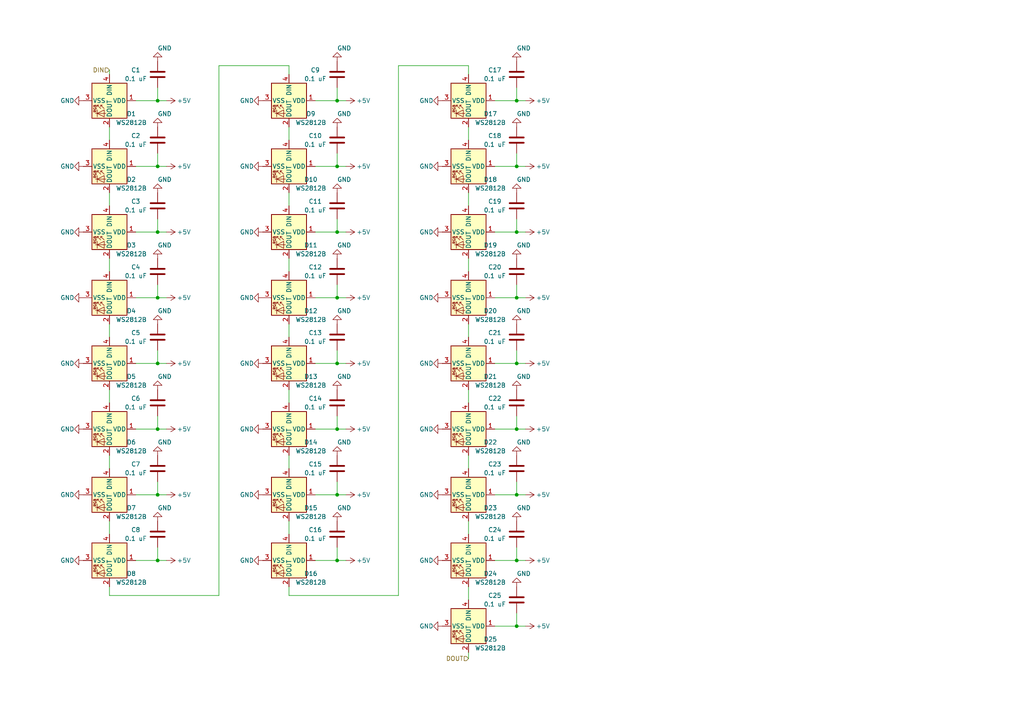
<source format=kicad_sch>
(kicad_sch (version 20211123) (generator eeschema)
  (paper "A4")
  (lib_symbols
    (symbol "Device:C" (pin_numbers hide) (pin_names (offset 0.254))
      (property "Reference" "C" (at 0.635 2.54 0))
      (property "Value" "C" (at 0.635 -2.54 0))
      (symbol "C_0_1"
        (polyline (pts (xy -2.032 -0.762) (xy 2.032 -0.762)) (stroke (width 0.508)))
        (polyline (pts (xy -2.032 0.762) (xy 2.032 0.762)) (stroke (width 0.508)))
      )
      (symbol "C_1_1"
        (pin passive line (at 0 3.81 270) (length 2.794) (name "~") (number "1"))
        (pin passive line (at 0 -3.81 90) (length 2.794) (name "~") (number "2"))
      )
    )
    (symbol "LED:WS2812B" (pin_names (offset 0.254))
      (property "Reference" "D" (at 5.08 5.715 0))
      (property "Value" "WS2812B" (at 1.27 -5.715 0))
      (symbol "WS2812B_0_0"
        (text "RGB" (at 2.286 -4.191 0) (effects (font (size 0.762 0.762))))
      )
      (symbol "WS2812B_0_1"
        (polyline (pts (xy 1.27 -3.556) (xy 1.778 -3.556)))
        (polyline (pts (xy 1.27 -2.54) (xy 1.778 -2.54)))
        (polyline (pts (xy 4.699 -3.556) (xy 2.667 -3.556)))
        (polyline (pts (xy 2.286 -2.54) (xy 1.27 -3.556) (xy 1.27 -3.048)))
        (polyline (pts (xy 2.286 -1.524) (xy 1.27 -2.54) (xy 1.27 -2.032)))
        (polyline (pts (xy 3.683 -1.016) (xy 3.683 -3.556) (xy 3.683 -4.064)))
        (polyline (pts (xy 4.699 -1.524) (xy 2.667 -1.524) (xy 3.683 -3.556) (xy 4.699 -1.524)))
        (rectangle (start 5.08 5.08) (end -5.08 -5.08) (stroke (width 0.254)) (fill (type background)))
      )
      (symbol "WS2812B_1_1"
        (pin power_in line (at 0 7.62 270) (length 2.54) (name "VDD") (number "1"))
        (pin output line (at 7.62 0 180) (length 2.54) (name "DOUT") (number "2"))
        (pin power_in line (at 0 -7.62 90) (length 2.54) (name "VSS") (number "3"))
        (pin input line (at -7.62 0 0) (length 2.54) (name "DIN") (number "4"))
      )
    )
    (symbol "power:+5V" (power) (pin_names (offset 0))
      (property "Value" "+5V" (at 0 3.556 0))
      (symbol "+5V_0_1"
        (polyline (pts (xy -0.762 1.27) (xy 0 2.54)))
        (polyline (pts (xy 0 0) (xy 0 2.54)))
        (polyline (pts (xy 0 2.54) (xy 0.762 1.27)))
      )
      (symbol "+5V_1_1"
        (pin power_in line (at 0 0 90) (length 0) hide (name "+5V") (number "1"))
      )
    )
    (symbol "power:GND" (power) (pin_names (offset 0))
      (property "Value" "GND" (at 0 -3.81 0))
      (symbol "GND_0_1"
        (polyline (pts (xy 0 0) (xy 0 -1.27) (xy 1.27 -1.27) (xy 0 -2.54) (xy -1.27 -1.27) (xy 0 -1.27)))
      )
      (symbol "GND_1_1"
        (pin power_in line (at 0 0 270) (length 0) hide (name "GND") (number "1"))
      )
    )
  )
  (junction (at 97.79 162.56))
  (junction (at 149.86 86.36))
  (junction (at 97.79 48.26))
  (junction (at 45.72 105.41))
  (junction (at 45.72 48.26))
  (junction (at 149.86 181.61))
  (junction (at 149.86 48.26))
  (junction (at 97.79 86.36))
  (junction (at 149.86 105.41))
  (junction (at 45.72 67.31))
  (junction (at 45.72 143.51))
  (junction (at 97.79 143.51))
  (junction (at 149.86 29.21))
  (junction (at 45.72 86.36))
  (junction (at 45.72 162.56))
  (junction (at 97.79 67.31))
  (junction (at 45.72 124.46))
  (junction (at 97.79 124.46))
  (junction (at 149.86 124.46))
  (junction (at 149.86 143.51))
  (junction (at 149.86 162.56))
  (junction (at 97.79 105.41))
  (junction (at 149.86 67.31))
  (junction (at 97.79 29.21))
  (junction (at 45.72 29.21))
  (wire (pts (xy 149.86 63.5) (xy 149.86 67.31)))
  (wire (pts (xy 135.89 191.008) (xy 135.89 189.23)))
  (wire (pts (xy 149.86 25.4) (xy 149.86 29.21)))
  (wire (pts (xy 135.89 151.13) (xy 135.89 154.94)))
  (wire (pts (xy 152.4 105.41) (xy 149.86 105.41)))
  (wire (pts (xy 63.5 19.05) (xy 63.5 172.72)))
  (wire (pts (xy 45.72 101.6) (xy 45.72 105.41)))
  (wire (pts (xy 143.51 67.31) (xy 149.86 67.31)))
  (wire (pts (xy 135.89 55.88) (xy 135.89 59.69)))
  (wire (pts (xy 97.79 63.5) (xy 97.79 67.31)))
  (wire (pts (xy 31.75 113.03) (xy 31.75 116.84)))
  (wire (pts (xy 83.82 113.03) (xy 83.82 116.84)))
  (wire (pts (xy 152.4 48.26) (xy 149.86 48.26)))
  (wire (pts (xy 143.51 105.41) (xy 149.86 105.41)))
  (wire (pts (xy 100.33 86.36) (xy 97.79 86.36)))
  (wire (pts (xy 48.26 86.36) (xy 45.72 86.36)))
  (wire (pts (xy 143.51 48.26) (xy 149.86 48.26)))
  (wire (pts (xy 48.26 162.56) (xy 45.72 162.56)))
  (wire (pts (xy 91.44 143.51) (xy 97.79 143.51)))
  (wire (pts (xy 48.26 67.31) (xy 45.72 67.31)))
  (wire (pts (xy 149.86 101.6) (xy 149.86 105.41)))
  (wire (pts (xy 31.75 55.88) (xy 31.75 59.69)))
  (wire (pts (xy 91.44 162.56) (xy 97.79 162.56)))
  (wire (pts (xy 143.51 181.61) (xy 149.86 181.61)))
  (wire (pts (xy 100.33 143.51) (xy 97.79 143.51)))
  (wire (pts (xy 143.51 143.51) (xy 149.86 143.51)))
  (wire (pts (xy 97.79 158.75) (xy 97.79 162.56)))
  (wire (pts (xy 135.89 170.18) (xy 135.89 173.99)))
  (wire (pts (xy 39.37 86.36) (xy 45.72 86.36)))
  (wire (pts (xy 143.51 162.56) (xy 149.86 162.56)))
  (wire (pts (xy 83.82 74.93) (xy 83.82 78.74)))
  (wire (pts (xy 143.51 29.21) (xy 149.86 29.21)))
  (wire (pts (xy 152.4 162.56) (xy 149.86 162.56)))
  (wire (pts (xy 149.86 158.75) (xy 149.86 162.56)))
  (wire (pts (xy 39.37 105.41) (xy 45.72 105.41)))
  (wire (pts (xy 143.51 86.36) (xy 149.86 86.36)))
  (wire (pts (xy 100.33 48.26) (xy 97.79 48.26)))
  (wire (pts (xy 91.44 29.21) (xy 97.79 29.21)))
  (wire (pts (xy 149.86 120.65) (xy 149.86 124.46)))
  (wire (pts (xy 152.4 67.31) (xy 149.86 67.31)))
  (wire (pts (xy 31.75 20.32) (xy 31.75 21.59)))
  (wire (pts (xy 45.72 158.75) (xy 45.72 162.56)))
  (wire (pts (xy 152.4 143.51) (xy 149.86 143.51)))
  (wire (pts (xy 83.82 151.13) (xy 83.82 154.94)))
  (wire (pts (xy 83.82 36.83) (xy 83.82 40.64)))
  (wire (pts (xy 135.89 19.05) (xy 135.89 21.59)))
  (wire (pts (xy 115.57 19.05) (xy 115.57 172.72)))
  (wire (pts (xy 31.75 170.18) (xy 31.75 172.72)))
  (wire (pts (xy 83.82 55.88) (xy 83.82 59.69)))
  (wire (pts (xy 63.5 19.05) (xy 83.82 19.05)))
  (wire (pts (xy 48.26 29.21) (xy 45.72 29.21)))
  (wire (pts (xy 97.79 120.65) (xy 97.79 124.46)))
  (wire (pts (xy 135.89 93.98) (xy 135.89 97.79)))
  (wire (pts (xy 45.72 82.55) (xy 45.72 86.36)))
  (wire (pts (xy 39.37 48.26) (xy 45.72 48.26)))
  (wire (pts (xy 48.26 143.51) (xy 45.72 143.51)))
  (wire (pts (xy 135.89 74.93) (xy 135.89 78.74)))
  (wire (pts (xy 83.82 172.72) (xy 115.57 172.72)))
  (wire (pts (xy 45.72 44.45) (xy 45.72 48.26)))
  (wire (pts (xy 97.79 139.7) (xy 97.79 143.51)))
  (wire (pts (xy 135.89 132.08) (xy 135.89 135.89)))
  (wire (pts (xy 152.4 124.46) (xy 149.86 124.46)))
  (wire (pts (xy 149.86 82.55) (xy 149.86 86.36)))
  (wire (pts (xy 97.79 101.6) (xy 97.79 105.41)))
  (wire (pts (xy 149.86 44.45) (xy 149.86 48.26)))
  (wire (pts (xy 31.75 132.08) (xy 31.75 135.89)))
  (wire (pts (xy 97.79 25.4) (xy 97.79 29.21)))
  (wire (pts (xy 48.26 124.46) (xy 45.72 124.46)))
  (wire (pts (xy 48.26 48.26) (xy 45.72 48.26)))
  (wire (pts (xy 97.79 82.55) (xy 97.79 86.36)))
  (wire (pts (xy 115.57 19.05) (xy 135.89 19.05)))
  (wire (pts (xy 149.86 177.8) (xy 149.86 181.61)))
  (wire (pts (xy 91.44 86.36) (xy 97.79 86.36)))
  (wire (pts (xy 97.79 44.45) (xy 97.79 48.26)))
  (wire (pts (xy 83.82 170.18) (xy 83.82 172.72)))
  (wire (pts (xy 48.26 105.41) (xy 45.72 105.41)))
  (wire (pts (xy 45.72 139.7) (xy 45.72 143.51)))
  (wire (pts (xy 91.44 124.46) (xy 97.79 124.46)))
  (wire (pts (xy 83.82 19.05) (xy 83.82 21.59)))
  (wire (pts (xy 149.86 139.7) (xy 149.86 143.51)))
  (wire (pts (xy 91.44 105.41) (xy 97.79 105.41)))
  (wire (pts (xy 31.75 172.72) (xy 63.5 172.72)))
  (wire (pts (xy 100.33 162.56) (xy 97.79 162.56)))
  (wire (pts (xy 91.44 48.26) (xy 97.79 48.26)))
  (wire (pts (xy 31.75 36.83) (xy 31.75 40.64)))
  (wire (pts (xy 45.72 63.5) (xy 45.72 67.31)))
  (wire (pts (xy 135.89 36.83) (xy 135.89 40.64)))
  (wire (pts (xy 100.33 105.41) (xy 97.79 105.41)))
  (wire (pts (xy 39.37 29.21) (xy 45.72 29.21)))
  (wire (pts (xy 39.37 143.51) (xy 45.72 143.51)))
  (wire (pts (xy 135.89 113.03) (xy 135.89 116.84)))
  (wire (pts (xy 83.82 93.98) (xy 83.82 97.79)))
  (wire (pts (xy 45.72 25.4) (xy 45.72 29.21)))
  (wire (pts (xy 39.37 124.46) (xy 45.72 124.46)))
  (wire (pts (xy 39.37 67.31) (xy 45.72 67.31)))
  (wire (pts (xy 31.75 74.93) (xy 31.75 78.74)))
  (wire (pts (xy 31.75 93.98) (xy 31.75 97.79)))
  (wire (pts (xy 100.33 29.21) (xy 97.79 29.21)))
  (wire (pts (xy 83.82 132.08) (xy 83.82 135.89)))
  (wire (pts (xy 100.33 124.46) (xy 97.79 124.46)))
  (wire (pts (xy 152.4 181.61) (xy 149.86 181.61)))
  (wire (pts (xy 45.72 120.65) (xy 45.72 124.46)))
  (wire (pts (xy 39.37 162.56) (xy 45.72 162.56)))
  (wire (pts (xy 152.4 86.36) (xy 149.86 86.36)))
  (wire (pts (xy 100.33 67.31) (xy 97.79 67.31)))
  (wire (pts (xy 143.51 124.46) (xy 149.86 124.46)))
  (wire (pts (xy 31.75 151.13) (xy 31.75 154.94)))
  (wire (pts (xy 91.44 67.31) (xy 97.79 67.31)))
  (wire (pts (xy 152.4 29.21) (xy 149.86 29.21)))
  (hierarchical_label "DIN" (shape input) (at 31.75 20.32 180))
  (hierarchical_label "DOUT" (shape input) (at 135.89 191.008 180))
  (symbol (lib_id "power:+5V") (at 48.26 86.36 270) (unit 1)
    (property "Reference" "#PWR0169" (effects hide))
    (property "Value" "+5V" (at 53.34 86.36 90))
  )
  (symbol (lib_id "power:GND") (at 45.72 151.13 180) (unit 1)
    (property "Reference" "#PWR0150" (effects hide))
    (property "Value" "GND" (at 45.7201 147.32 0) (effects (justify right)))
  )
  (symbol (lib_id "power:GND") (at 24.13 124.46 270) (unit 1)
    (property "Reference" "#PWR0148" (effects hide))
    (property "Value" "GND" (at 21.59 124.46 90) (effects (justify right)))
  )
  (symbol (lib_id "Device:C") (at 97.79 97.79 0) (unit 1)
    (property "Reference" "C13" (at 91.44 96.52 0))
    (property "Value" "0.1 uF" (at 91.44 99.06 0))
    (property "Footprint" "Library:C_0805_2012Metric silk moved" (effects hide))
  )
  (symbol (lib_id "power:GND") (at 97.79 151.13 180) (unit 1)
    (property "Reference" "#PWR0135" (effects hide))
    (property "Value" "GND" (at 97.7901 147.32 0) (effects (justify right)))
  )
  (symbol (lib_id "power:GND") (at 24.13 143.51 270) (unit 1)
    (property "Reference" "#PWR0151" (effects hide))
    (property "Value" "GND" (at 21.59 143.51 90) (effects (justify right)))
  )
  (symbol (lib_id "power:GND") (at 128.27 143.51 270) (unit 1)
    (property "Reference" "#PWR0143" (effects hide))
    (property "Value" "GND" (at 125.73 143.51 90) (effects (justify right)))
  )
  (symbol (lib_id "LED:WS2812B") (at 83.82 29.21 270) (unit 1)
    (property "Reference" "D9" (at 90.17 33.02 90))
    (property "Value" "WS2812B" (at 90.17 35.56 90))
    (property "Footprint" "LED_SMD:LED_WS2812B_PLCC4_5.0x5.0mm_P3.2mm" (effects hide))
    (property "Datasheet" "https://cdn-shop.adafruit.com/datasheets/WS2812B.pdf" (effects hide))
  )
  (symbol (lib_id "power:+5V") (at 100.33 124.46 270) (unit 1)
    (property "Reference" "#PWR0111" (effects hide))
    (property "Value" "+5V" (at 105.41 124.46 90))
  )
  (symbol (lib_id "power:+5V") (at 152.4 143.51 270) (unit 1)
    (property "Reference" "#PWR0147" (effects hide))
    (property "Value" "+5V" (at 157.48 143.51 90))
  )
  (symbol (lib_id "power:+5V") (at 100.33 86.36 270) (unit 1)
    (property "Reference" "#PWR0108" (effects hide))
    (property "Value" "+5V" (at 105.41 86.36 90))
  )
  (symbol (lib_id "power:GND") (at 76.2 124.46 270) (unit 1)
    (property "Reference" "#PWR0133" (effects hide))
    (property "Value" "GND" (at 73.66 124.46 90) (effects (justify right)))
  )
  (symbol (lib_id "power:GND") (at 149.86 113.03 180) (unit 1)
    (property "Reference" "#PWR0106" (effects hide))
    (property "Value" "GND" (at 149.8601 109.22 0) (effects (justify right)))
  )
  (symbol (lib_id "power:GND") (at 128.27 86.36 270) (unit 1)
    (property "Reference" "#PWR0115" (effects hide))
    (property "Value" "GND" (at 125.73 86.36 90) (effects (justify right)))
  )
  (symbol (lib_id "power:GND") (at 128.27 48.26 270) (unit 1)
    (property "Reference" "#PWR0129" (effects hide))
    (property "Value" "GND" (at 125.73 48.26 90) (effects (justify right)))
  )
  (symbol (lib_id "power:GND") (at 24.13 29.21 270) (unit 1)
    (property "Reference" "#PWR0171" (effects hide))
    (property "Value" "GND" (at 21.59 29.21 90) (effects (justify right)))
  )
  (symbol (lib_id "power:GND") (at 45.72 36.83 180) (unit 1)
    (property "Reference" "#PWR0175" (effects hide))
    (property "Value" "GND" (at 45.7201 33.02 0) (effects (justify right)))
  )
  (symbol (lib_id "power:GND") (at 24.13 105.41 270) (unit 1)
    (property "Reference" "#PWR0156" (effects hide))
    (property "Value" "GND" (at 21.59 105.41 90) (effects (justify right)))
  )
  (symbol (lib_id "Device:C") (at 45.72 97.79 0) (unit 1)
    (property "Reference" "C5" (at 39.37 96.52 0))
    (property "Value" "0.1 uF" (at 39.37 99.06 0))
    (property "Footprint" "Library:C_0805_2012Metric silk moved" (effects hide))
  )
  (symbol (lib_id "power:GND") (at 149.86 151.13 180) (unit 1)
    (property "Reference" "#PWR0146" (effects hide))
    (property "Value" "GND" (at 149.8601 147.32 0) (effects (justify right)))
  )
  (symbol (lib_id "power:GND") (at 76.2 48.26 270) (unit 1)
    (property "Reference" "#PWR0161" (effects hide))
    (property "Value" "GND" (at 73.66 48.26 90) (effects (justify right)))
  )
  (symbol (lib_id "power:GND") (at 76.2 105.41 270) (unit 1)
    (property "Reference" "#PWR0134" (effects hide))
    (property "Value" "GND" (at 73.66 105.41 90) (effects (justify right)))
  )
  (symbol (lib_id "power:+5V") (at 152.4 29.21 270) (unit 1)
    (property "Reference" "#PWR0124" (effects hide))
    (property "Value" "+5V" (at 157.48 29.21 90))
  )
  (symbol (lib_id "power:+5V") (at 100.33 143.51 270) (unit 1)
    (property "Reference" "#PWR0139" (effects hide))
    (property "Value" "+5V" (at 105.41 143.51 90))
  )
  (symbol (lib_id "LED:WS2812B") (at 31.75 143.51 270) (unit 1)
    (property "Reference" "D7" (at 38.1 147.32 90))
    (property "Value" "WS2812B" (at 38.1 149.86 90))
    (property "Footprint" "LED_SMD:LED_WS2812B_PLCC4_5.0x5.0mm_P3.2mm" (effects hide))
    (property "Datasheet" "https://cdn-shop.adafruit.com/datasheets/WS2812B.pdf" (effects hide))
  )
  (symbol (lib_id "power:GND") (at 45.72 93.98 180) (unit 1)
    (property "Reference" "#PWR0170" (effects hide))
    (property "Value" "GND" (at 45.7201 90.17 0) (effects (justify right)))
  )
  (symbol (lib_id "Device:C") (at 97.79 78.74 0) (unit 1)
    (property "Reference" "C12" (at 91.44 77.47 0))
    (property "Value" "0.1 uF" (at 91.44 80.01 0))
    (property "Footprint" "Library:C_0805_2012Metric silk moved" (effects hide))
  )
  (symbol (lib_id "power:+5V") (at 48.26 29.21 270) (unit 1)
    (property "Reference" "#PWR0173" (effects hide))
    (property "Value" "+5V" (at 53.34 29.21 90))
  )
  (symbol (lib_id "LED:WS2812B") (at 83.82 143.51 270) (unit 1)
    (property "Reference" "D15" (at 90.17 147.32 90))
    (property "Value" "WS2812B" (at 90.17 149.86 90))
    (property "Footprint" "LED_SMD:LED_WS2812B_PLCC4_5.0x5.0mm_P3.2mm" (effects hide))
    (property "Datasheet" "https://cdn-shop.adafruit.com/datasheets/WS2812B.pdf" (effects hide))
  )
  (symbol (lib_id "Device:C") (at 97.79 59.69 0) (unit 1)
    (property "Reference" "C11" (at 91.44 58.42 0))
    (property "Value" "0.1 uF" (at 91.44 60.96 0))
    (property "Footprint" "Library:C_0805_2012Metric silk moved" (effects hide))
  )
  (symbol (lib_id "Device:C") (at 45.72 21.59 0) (unit 1)
    (property "Reference" "C1" (at 39.37 20.32 0))
    (property "Value" "0.1 uF" (at 39.37 22.86 0))
    (property "Footprint" "Library:C_0805_2012Metric silk moved" (effects hide))
  )
  (symbol (lib_id "power:GND") (at 128.27 162.56 270) (unit 1)
    (property "Reference" "#PWR0144" (effects hide))
    (property "Value" "GND" (at 125.73 162.56 90) (effects (justify right)))
  )
  (symbol (lib_id "power:+5V") (at 48.26 105.41 270) (unit 1)
    (property "Reference" "#PWR0153" (effects hide))
    (property "Value" "+5V" (at 53.34 105.41 90))
  )
  (symbol (lib_id "power:+5V") (at 100.33 162.56 270) (unit 1)
    (property "Reference" "#PWR0130" (effects hide))
    (property "Value" "+5V" (at 105.41 162.56 90))
  )
  (symbol (lib_id "power:GND") (at 149.86 36.83 180) (unit 1)
    (property "Reference" "#PWR0123" (effects hide))
    (property "Value" "GND" (at 149.8601 33.02 0) (effects (justify right)))
  )
  (symbol (lib_id "power:GND") (at 76.2 67.31 270) (unit 1)
    (property "Reference" "#PWR0160" (effects hide))
    (property "Value" "GND" (at 73.66 67.31 90) (effects (justify right)))
  )
  (symbol (lib_id "Device:C") (at 45.72 135.89 0) (unit 1)
    (property "Reference" "C7" (at 39.37 134.62 0))
    (property "Value" "0.1 uF" (at 39.37 137.16 0))
    (property "Footprint" "Library:C_0805_2012Metric silk moved" (effects hide))
  )
  (symbol (lib_id "power:GND") (at 149.86 93.98 180) (unit 1)
    (property "Reference" "#PWR0114" (effects hide))
    (property "Value" "GND" (at 149.8601 90.17 0) (effects (justify right)))
  )
  (symbol (lib_id "power:+5V") (at 48.26 143.51 270) (unit 1)
    (property "Reference" "#PWR0149" (effects hide))
    (property "Value" "+5V" (at 53.34 143.51 90))
  )
  (symbol (lib_id "power:GND") (at 45.72 55.88 180) (unit 1)
    (property "Reference" "#PWR0176" (effects hide))
    (property "Value" "GND" (at 45.7201 52.07 0) (effects (justify right)))
  )
  (symbol (lib_id "power:GND") (at 128.27 105.41 270) (unit 1)
    (property "Reference" "#PWR0116" (effects hide))
    (property "Value" "GND" (at 125.73 105.41 90) (effects (justify right)))
  )
  (symbol (lib_id "power:+5V") (at 100.33 67.31 270) (unit 1)
    (property "Reference" "#PWR0136" (effects hide))
    (property "Value" "+5V" (at 105.41 67.31 90))
  )
  (symbol (lib_id "LED:WS2812B") (at 83.82 48.26 270) (unit 1)
    (property "Reference" "D10" (at 90.17 52.07 90))
    (property "Value" "WS2812B" (at 90.17 54.61 90))
    (property "Footprint" "LED_SMD:LED_WS2812B_PLCC4_5.0x5.0mm_P3.2mm" (effects hide))
    (property "Datasheet" "https://cdn-shop.adafruit.com/datasheets/WS2812B.pdf" (effects hide))
  )
  (symbol (lib_id "Device:C") (at 97.79 40.64 0) (unit 1)
    (property "Reference" "C10" (at 91.44 39.37 0))
    (property "Value" "0.1 uF" (at 91.44 41.91 0))
    (property "Footprint" "Library:C_0805_2012Metric silk moved" (effects hide))
  )
  (symbol (lib_id "LED:WS2812B") (at 135.89 124.46 270) (unit 1)
    (property "Reference" "D22" (at 142.24 128.27 90))
    (property "Value" "WS2812B" (at 142.24 130.81 90))
    (property "Footprint" "LED_SMD:LED_WS2812B_PLCC4_5.0x5.0mm_P3.2mm" (effects hide))
    (property "Datasheet" "https://cdn-shop.adafruit.com/datasheets/WS2812B.pdf" (effects hide))
  )
  (symbol (lib_id "power:+5V") (at 152.4 48.26 270) (unit 1)
    (property "Reference" "#PWR0125" (effects hide))
    (property "Value" "+5V" (at 157.48 48.26 90))
  )
  (symbol (lib_id "Device:C") (at 97.79 116.84 0) (unit 1)
    (property "Reference" "C14" (at 91.44 115.57 0))
    (property "Value" "0.1 uF" (at 91.44 118.11 0))
    (property "Footprint" "Library:C_0805_2012Metric silk moved" (effects hide))
  )
  (symbol (lib_id "LED:WS2812B") (at 135.89 67.31 270) (unit 1)
    (property "Reference" "D19" (at 142.24 71.12 90))
    (property "Value" "WS2812B" (at 142.24 73.66 90))
    (property "Footprint" "LED_SMD:LED_WS2812B_PLCC4_5.0x5.0mm_P3.2mm" (effects hide))
    (property "Datasheet" "https://cdn-shop.adafruit.com/datasheets/WS2812B.pdf" (effects hide))
  )
  (symbol (lib_id "Device:C") (at 97.79 154.94 0) (unit 1)
    (property "Reference" "C16" (at 91.44 153.67 0))
    (property "Value" "0.1 uF" (at 91.44 156.21 0))
    (property "Footprint" "Library:C_0805_2012Metric silk moved" (effects hide))
  )
  (symbol (lib_id "power:GND") (at 24.13 162.56 270) (unit 1)
    (property "Reference" "#PWR0155" (effects hide))
    (property "Value" "GND" (at 21.59 162.56 90) (effects (justify right)))
  )
  (symbol (lib_id "Device:C") (at 149.86 135.89 0) (unit 1)
    (property "Reference" "C23" (at 143.51 134.62 0))
    (property "Value" "0.1 uF" (at 143.51 137.16 0))
    (property "Footprint" "Library:C_0805_2012Metric silk moved" (effects hide))
  )
  (symbol (lib_id "power:GND") (at 76.2 143.51 270) (unit 1)
    (property "Reference" "#PWR0131" (effects hide))
    (property "Value" "GND" (at 73.66 143.51 90) (effects (justify right)))
  )
  (symbol (lib_id "power:GND") (at 76.2 86.36 270) (unit 1)
    (property "Reference" "#PWR0168" (effects hide))
    (property "Value" "GND" (at 73.66 86.36 90) (effects (justify right)))
  )
  (symbol (lib_id "Device:C") (at 45.72 59.69 0) (unit 1)
    (property "Reference" "C3" (at 39.37 58.42 0))
    (property "Value" "0.1 uF" (at 39.37 60.96 0))
    (property "Footprint" "Library:C_0805_2012Metric silk moved" (effects hide))
  )
  (symbol (lib_id "Device:C") (at 45.72 40.64 0) (unit 1)
    (property "Reference" "C2" (at 39.37 39.37 0))
    (property "Value" "0.1 uF" (at 39.37 41.91 0))
    (property "Footprint" "Library:C_0805_2012Metric silk moved" (effects hide))
  )
  (symbol (lib_id "LED:WS2812B") (at 135.89 181.61 270) (unit 1)
    (property "Reference" "D25" (at 142.24 185.42 90))
    (property "Value" "WS2812B" (at 142.24 187.96 90))
    (property "Footprint" "LED_SMD:LED_WS2812B_PLCC4_5.0x5.0mm_P3.2mm" (effects hide))
    (property "Datasheet" "https://cdn-shop.adafruit.com/datasheets/WS2812B.pdf" (effects hide))
  )
  (symbol (lib_id "LED:WS2812B") (at 135.89 29.21 270) (unit 1)
    (property "Reference" "D17" (at 142.24 33.02 90))
    (property "Value" "WS2812B" (at 142.24 35.56 90))
    (property "Footprint" "LED_SMD:LED_WS2812B_PLCC4_5.0x5.0mm_P3.2mm" (effects hide))
    (property "Datasheet" "https://cdn-shop.adafruit.com/datasheets/WS2812B.pdf" (effects hide))
  )
  (symbol (lib_id "power:GND") (at 128.27 181.61 270) (unit 1)
    (property "Reference" "#PWR0145" (effects hide))
    (property "Value" "GND" (at 125.73 181.61 90) (effects (justify right)))
  )
  (symbol (lib_id "power:GND") (at 97.79 132.08 180) (unit 1)
    (property "Reference" "#PWR0112" (effects hide))
    (property "Value" "GND" (at 97.7901 128.27 0) (effects (justify right)))
  )
  (symbol (lib_id "power:GND") (at 24.13 48.26 270) (unit 1)
    (property "Reference" "#PWR0172" (effects hide))
    (property "Value" "GND" (at 21.59 48.26 90) (effects (justify right)))
  )
  (symbol (lib_id "power:+5V") (at 48.26 67.31 270) (unit 1)
    (property "Reference" "#PWR0178" (effects hide))
    (property "Value" "+5V" (at 53.34 67.31 90))
  )
  (symbol (lib_id "Device:C") (at 45.72 78.74 0) (unit 1)
    (property "Reference" "C4" (at 39.37 77.47 0))
    (property "Value" "0.1 uF" (at 39.37 80.01 0))
    (property "Footprint" "Library:C_0805_2012Metric silk moved" (effects hide))
  )
  (symbol (lib_id "power:GND") (at 97.79 36.83 180) (unit 1)
    (property "Reference" "#PWR0164" (effects hide))
    (property "Value" "GND" (at 97.7901 33.02 0) (effects (justify right)))
  )
  (symbol (lib_id "power:+5V") (at 152.4 124.46 270) (unit 1)
    (property "Reference" "#PWR0109" (effects hide))
    (property "Value" "+5V" (at 157.48 124.46 90))
  )
  (symbol (lib_id "power:GND") (at 128.27 29.21 270) (unit 1)
    (property "Reference" "#PWR0127" (effects hide))
    (property "Value" "GND" (at 125.73 29.21 90) (effects (justify right)))
  )
  (symbol (lib_id "power:GND") (at 149.86 132.08 180) (unit 1)
    (property "Reference" "#PWR0110" (effects hide))
    (property "Value" "GND" (at 149.8601 128.27 0) (effects (justify right)))
  )
  (symbol (lib_id "LED:WS2812B") (at 31.75 105.41 270) (unit 1)
    (property "Reference" "D5" (at 38.1 109.22 90))
    (property "Value" "WS2812B" (at 38.1 111.76 90))
    (property "Footprint" "LED_SMD:LED_WS2812B_PLCC4_5.0x5.0mm_P3.2mm" (effects hide))
    (property "Datasheet" "https://cdn-shop.adafruit.com/datasheets/WS2812B.pdf" (effects hide))
  )
  (symbol (lib_id "LED:WS2812B") (at 31.75 48.26 270) (unit 1)
    (property "Reference" "D2" (at 38.1 52.07 90))
    (property "Value" "WS2812B" (at 38.1 54.61 90))
    (property "Footprint" "LED_SMD:LED_WS2812B_PLCC4_5.0x5.0mm_P3.2mm" (effects hide))
    (property "Datasheet" "https://cdn-shop.adafruit.com/datasheets/WS2812B.pdf" (effects hide))
  )
  (symbol (lib_id "power:GND") (at 128.27 67.31 270) (unit 1)
    (property "Reference" "#PWR0128" (effects hide))
    (property "Value" "GND" (at 125.73 67.31 90) (effects (justify right)))
  )
  (symbol (lib_id "LED:WS2812B") (at 83.82 162.56 270) (unit 1)
    (property "Reference" "D16" (at 90.17 166.37 90))
    (property "Value" "WS2812B" (at 90.17 168.91 90))
    (property "Footprint" "LED_SMD:LED_WS2812B_PLCC4_5.0x5.0mm_P3.2mm" (effects hide))
    (property "Datasheet" "https://cdn-shop.adafruit.com/datasheets/WS2812B.pdf" (effects hide))
  )
  (symbol (lib_id "LED:WS2812B") (at 83.82 124.46 270) (unit 1)
    (property "Reference" "D14" (at 90.17 128.27 90))
    (property "Value" "WS2812B" (at 90.17 130.81 90))
    (property "Footprint" "LED_SMD:LED_WS2812B_PLCC4_5.0x5.0mm_P3.2mm" (effects hide))
    (property "Datasheet" "https://cdn-shop.adafruit.com/datasheets/WS2812B.pdf" (effects hide))
  )
  (symbol (lib_id "LED:WS2812B") (at 83.82 67.31 270) (unit 1)
    (property "Reference" "D11" (at 90.17 71.12 90))
    (property "Value" "WS2812B" (at 90.17 73.66 90))
    (property "Footprint" "LED_SMD:LED_WS2812B_PLCC4_5.0x5.0mm_P3.2mm" (effects hide))
    (property "Datasheet" "https://cdn-shop.adafruit.com/datasheets/WS2812B.pdf" (effects hide))
  )
  (symbol (lib_id "power:+5V") (at 100.33 48.26 270) (unit 1)
    (property "Reference" "#PWR0137" (effects hide))
    (property "Value" "+5V" (at 105.41 48.26 90))
  )
  (symbol (lib_id "power:+5V") (at 48.26 48.26 270) (unit 1)
    (property "Reference" "#PWR0177" (effects hide))
    (property "Value" "+5V" (at 53.34 48.26 90))
  )
  (symbol (lib_id "Device:C") (at 97.79 135.89 0) (unit 1)
    (property "Reference" "C15" (at 91.44 134.62 0))
    (property "Value" "0.1 uF" (at 91.44 137.16 0))
    (property "Footprint" "Library:C_0805_2012Metric silk moved" (effects hide))
  )
  (symbol (lib_id "Device:C") (at 149.86 78.74 0) (unit 1)
    (property "Reference" "C20" (at 143.51 77.47 0))
    (property "Value" "0.1 uF" (at 143.51 80.01 0))
    (property "Footprint" "Library:C_0805_2012Metric silk moved" (effects hide))
  )
  (symbol (lib_id "power:+5V") (at 152.4 105.41 270) (unit 1)
    (property "Reference" "#PWR0105" (effects hide))
    (property "Value" "+5V" (at 157.48 105.41 90))
  )
  (symbol (lib_id "power:GND") (at 45.72 132.08 180) (unit 1)
    (property "Reference" "#PWR0157" (effects hide))
    (property "Value" "GND" (at 45.7201 128.27 0) (effects (justify right)))
  )
  (symbol (lib_id "power:GND") (at 149.86 17.78 180) (unit 1)
    (property "Reference" "#PWR0126" (effects hide))
    (property "Value" "GND" (at 149.8601 13.97 0) (effects (justify right)))
  )
  (symbol (lib_id "power:GND") (at 97.79 17.78 180) (unit 1)
    (property "Reference" "#PWR0162" (effects hide))
    (property "Value" "GND" (at 97.7901 13.97 0) (effects (justify right)))
  )
  (symbol (lib_id "Device:C") (at 97.79 21.59 0) (unit 1)
    (property "Reference" "C9" (at 91.44 20.32 0))
    (property "Value" "0.1 uF" (at 91.44 22.86 0))
    (property "Footprint" "Library:C_0805_2012Metric silk moved" (effects hide))
  )
  (symbol (lib_id "LED:WS2812B") (at 135.89 162.56 270) (unit 1)
    (property "Reference" "D24" (at 142.24 166.37 90))
    (property "Value" "WS2812B" (at 142.24 168.91 90))
    (property "Footprint" "LED_SMD:LED_WS2812B_PLCC4_5.0x5.0mm_P3.2mm" (effects hide))
    (property "Datasheet" "https://cdn-shop.adafruit.com/datasheets/WS2812B.pdf" (effects hide))
  )
  (symbol (lib_id "power:+5V") (at 48.26 124.46 270) (unit 1)
    (property "Reference" "#PWR0158" (effects hide))
    (property "Value" "+5V" (at 53.34 124.46 90))
  )
  (symbol (lib_id "power:+5V") (at 152.4 86.36 270) (unit 1)
    (property "Reference" "#PWR0113" (effects hide))
    (property "Value" "+5V" (at 157.48 86.36 90))
  )
  (symbol (lib_id "power:GND") (at 97.79 55.88 180) (unit 1)
    (property "Reference" "#PWR0165" (effects hide))
    (property "Value" "GND" (at 97.7901 52.07 0) (effects (justify right)))
  )
  (symbol (lib_id "Device:C") (at 149.86 21.59 0) (unit 1)
    (property "Reference" "C17" (at 143.51 20.32 0))
    (property "Value" "0.1 uF" (at 143.51 22.86 0))
    (property "Footprint" "Library:C_0805_2012Metric silk moved" (effects hide))
  )
  (symbol (lib_id "power:GND") (at 149.86 74.93 180) (unit 1)
    (property "Reference" "#PWR0120" (effects hide))
    (property "Value" "GND" (at 149.8601 71.12 0) (effects (justify right)))
  )
  (symbol (lib_id "LED:WS2812B") (at 83.82 86.36 270) (unit 1)
    (property "Reference" "D12" (at 90.17 90.17 90))
    (property "Value" "WS2812B" (at 90.17 92.71 90))
    (property "Footprint" "LED_SMD:LED_WS2812B_PLCC4_5.0x5.0mm_P3.2mm" (effects hide))
    (property "Datasheet" "https://cdn-shop.adafruit.com/datasheets/WS2812B.pdf" (effects hide))
  )
  (symbol (lib_id "power:+5V") (at 48.26 162.56 270) (unit 1)
    (property "Reference" "#PWR0152" (effects hide))
    (property "Value" "+5V" (at 53.34 162.56 90))
  )
  (symbol (lib_id "power:GND") (at 97.79 74.93 180) (unit 1)
    (property "Reference" "#PWR0163" (effects hide))
    (property "Value" "GND" (at 97.7901 71.12 0) (effects (justify right)))
  )
  (symbol (lib_id "LED:WS2812B") (at 135.89 143.51 270) (unit 1)
    (property "Reference" "D23" (at 142.24 147.32 90))
    (property "Value" "WS2812B" (at 142.24 149.86 90))
    (property "Footprint" "LED_SMD:LED_WS2812B_PLCC4_5.0x5.0mm_P3.2mm" (effects hide))
    (property "Datasheet" "https://cdn-shop.adafruit.com/datasheets/WS2812B.pdf" (effects hide))
  )
  (symbol (lib_id "power:GND") (at 128.27 124.46 270) (unit 1)
    (property "Reference" "#PWR0117" (effects hide))
    (property "Value" "GND" (at 125.73 124.46 90) (effects (justify right)))
  )
  (symbol (lib_id "Device:C") (at 45.72 116.84 0) (unit 1)
    (property "Reference" "C6" (at 39.37 115.57 0))
    (property "Value" "0.1 uF" (at 39.37 118.11 0))
    (property "Footprint" "Library:C_0805_2012Metric silk moved" (effects hide))
  )
  (symbol (lib_id "power:+5V") (at 152.4 181.61 270) (unit 1)
    (property "Reference" "#PWR0142" (effects hide))
    (property "Value" "+5V" (at 157.48 181.61 90))
  )
  (symbol (lib_id "Device:C") (at 149.86 154.94 0) (unit 1)
    (property "Reference" "C24" (at 143.51 153.67 0))
    (property "Value" "0.1 uF" (at 143.51 156.21 0))
    (property "Footprint" "Library:C_0805_2012Metric silk moved" (effects hide))
  )
  (symbol (lib_id "power:GND") (at 149.86 170.18 180) (unit 1)
    (property "Reference" "#PWR0141" (effects hide))
    (property "Value" "GND" (at 149.8601 166.37 0) (effects (justify right)))
  )
  (symbol (lib_id "Device:C") (at 149.86 59.69 0) (unit 1)
    (property "Reference" "C19" (at 143.51 58.42 0))
    (property "Value" "0.1 uF" (at 143.51 60.96 0))
    (property "Footprint" "Library:C_0805_2012Metric silk moved" (effects hide))
  )
  (symbol (lib_id "power:+5V") (at 100.33 29.21 270) (unit 1)
    (property "Reference" "#PWR0138" (effects hide))
    (property "Value" "+5V" (at 105.41 29.21 90))
  )
  (symbol (lib_id "LED:WS2812B") (at 135.89 105.41 270) (unit 1)
    (property "Reference" "D21" (at 142.24 109.22 90))
    (property "Value" "WS2812B" (at 142.24 111.76 90))
    (property "Footprint" "LED_SMD:LED_WS2812B_PLCC4_5.0x5.0mm_P3.2mm" (effects hide))
    (property "Datasheet" "https://cdn-shop.adafruit.com/datasheets/WS2812B.pdf" (effects hide))
  )
  (symbol (lib_id "LED:WS2812B") (at 135.89 86.36 270) (unit 1)
    (property "Reference" "D20" (at 142.24 90.17 90))
    (property "Value" "WS2812B" (at 142.24 92.71 90))
    (property "Footprint" "LED_SMD:LED_WS2812B_PLCC4_5.0x5.0mm_P3.2mm" (effects hide))
    (property "Datasheet" "https://cdn-shop.adafruit.com/datasheets/WS2812B.pdf" (effects hide))
  )
  (symbol (lib_id "power:GND") (at 24.13 86.36 270) (unit 1)
    (property "Reference" "#PWR0166" (effects hide))
    (property "Value" "GND" (at 21.59 86.36 90) (effects (justify right)))
  )
  (symbol (lib_id "power:GND") (at 76.2 162.56 270) (unit 1)
    (property "Reference" "#PWR0132" (effects hide))
    (property "Value" "GND" (at 73.66 162.56 90) (effects (justify right)))
  )
  (symbol (lib_id "LED:WS2812B") (at 31.75 124.46 270) (unit 1)
    (property "Reference" "D6" (at 38.1 128.27 90))
    (property "Value" "WS2812B" (at 38.1 130.81 90))
    (property "Footprint" "LED_SMD:LED_WS2812B_PLCC4_5.0x5.0mm_P3.2mm" (effects hide))
    (property "Datasheet" "https://cdn-shop.adafruit.com/datasheets/WS2812B.pdf" (effects hide))
  )
  (symbol (lib_id "power:GND") (at 97.79 113.03 180) (unit 1)
    (property "Reference" "#PWR0118" (effects hide))
    (property "Value" "GND" (at 97.7901 109.22 0) (effects (justify right)))
  )
  (symbol (lib_id "LED:WS2812B") (at 31.75 86.36 270) (unit 1)
    (property "Reference" "D4" (at 38.1 90.17 90))
    (property "Value" "WS2812B" (at 38.1 92.71 90))
    (property "Footprint" "LED_SMD:LED_WS2812B_PLCC4_5.0x5.0mm_P3.2mm" (effects hide))
    (property "Datasheet" "https://cdn-shop.adafruit.com/datasheets/WS2812B.pdf" (effects hide))
  )
  (symbol (lib_id "power:+5V") (at 152.4 162.56 270) (unit 1)
    (property "Reference" "#PWR0140" (effects hide))
    (property "Value" "+5V" (at 157.48 162.56 90))
  )
  (symbol (lib_id "Device:C") (at 45.72 154.94 0) (unit 1)
    (property "Reference" "C8" (at 39.37 153.67 0))
    (property "Value" "0.1 uF" (at 39.37 156.21 0))
    (property "Footprint" "Library:C_0805_2012Metric silk moved" (effects hide))
  )
  (symbol (lib_id "Device:C") (at 149.86 97.79 0) (unit 1)
    (property "Reference" "C21" (at 143.51 96.52 0))
    (property "Value" "0.1 uF" (at 143.51 99.06 0))
    (property "Footprint" "Library:C_0805_2012Metric silk moved" (effects hide))
  )
  (symbol (lib_id "LED:WS2812B") (at 135.89 48.26 270) (unit 1)
    (property "Reference" "D18" (at 142.24 52.07 90))
    (property "Value" "WS2812B" (at 142.24 54.61 90))
    (property "Footprint" "LED_SMD:LED_WS2812B_PLCC4_5.0x5.0mm_P3.2mm" (effects hide))
    (property "Datasheet" "https://cdn-shop.adafruit.com/datasheets/WS2812B.pdf" (effects hide))
  )
  (symbol (lib_id "Device:C") (at 149.86 40.64 0) (unit 1)
    (property "Reference" "C18" (at 143.51 39.37 0))
    (property "Value" "0.1 uF" (at 143.51 41.91 0))
    (property "Footprint" "Library:C_0805_2012Metric silk moved" (effects hide))
  )
  (symbol (lib_id "Device:C") (at 149.86 173.99 0) (unit 1)
    (property "Reference" "C25" (at 143.51 172.72 0))
    (property "Value" "0.1 uF" (at 143.51 175.26 0))
    (property "Footprint" "Library:C_0805_2012Metric silk moved" (effects hide))
  )
  (symbol (lib_id "LED:WS2812B") (at 31.75 29.21 270) (unit 1)
    (property "Reference" "D1" (at 38.1 33.02 90))
    (property "Value" "WS2812B" (at 38.1 35.56 90))
    (property "Footprint" "LED_SMD:LED_WS2812B_PLCC4_5.0x5.0mm_P3.2mm" (effects hide))
    (property "Datasheet" "https://cdn-shop.adafruit.com/datasheets/WS2812B.pdf" (effects hide))
  )
  (symbol (lib_id "power:GND") (at 45.72 113.03 180) (unit 1)
    (property "Reference" "#PWR0154" (effects hide))
    (property "Value" "GND" (at 45.7201 109.22 0) (effects (justify right)))
  )
  (symbol (lib_id "power:GND") (at 97.79 93.98 180) (unit 1)
    (property "Reference" "#PWR0107" (effects hide))
    (property "Value" "GND" (at 97.7901 90.17 0) (effects (justify right)))
  )
  (symbol (lib_id "power:+5V") (at 152.4 67.31 270) (unit 1)
    (property "Reference" "#PWR0121" (effects hide))
    (property "Value" "+5V" (at 157.48 67.31 90))
  )
  (symbol (lib_id "LED:WS2812B") (at 31.75 67.31 270) (unit 1)
    (property "Reference" "D3" (at 38.1 71.12 90))
    (property "Value" "WS2812B" (at 38.1 73.66 90))
    (property "Footprint" "LED_SMD:LED_WS2812B_PLCC4_5.0x5.0mm_P3.2mm" (effects hide))
    (property "Datasheet" "https://cdn-shop.adafruit.com/datasheets/WS2812B.pdf" (effects hide))
  )
  (symbol (lib_id "LED:WS2812B") (at 83.82 105.41 270) (unit 1)
    (property "Reference" "D13" (at 90.17 109.22 90))
    (property "Value" "WS2812B" (at 90.17 111.76 90))
    (property "Footprint" "LED_SMD:LED_WS2812B_PLCC4_5.0x5.0mm_P3.2mm" (effects hide))
    (property "Datasheet" "https://cdn-shop.adafruit.com/datasheets/WS2812B.pdf" (effects hide))
  )
  (symbol (lib_id "power:GND") (at 24.13 67.31 270) (unit 1)
    (property "Reference" "#PWR0167" (effects hide))
    (property "Value" "GND" (at 21.59 67.31 90) (effects (justify right)))
  )
  (symbol (lib_id "power:GND") (at 45.72 74.93 180) (unit 1)
    (property "Reference" "#PWR0179" (effects hide))
    (property "Value" "GND" (at 45.7201 71.12 0) (effects (justify right)))
  )
  (symbol (lib_id "power:GND") (at 149.86 55.88 180) (unit 1)
    (property "Reference" "#PWR0122" (effects hide))
    (property "Value" "GND" (at 149.8601 52.07 0) (effects (justify right)))
  )
  (symbol (lib_id "Device:C") (at 149.86 116.84 0) (unit 1)
    (property "Reference" "C22" (at 143.51 115.57 0))
    (property "Value" "0.1 uF" (at 143.51 118.11 0))
    (property "Footprint" "Library:C_0805_2012Metric silk moved" (effects hide))
  )
  (symbol (lib_id "power:GND") (at 45.72 17.78 180) (unit 1)
    (property "Reference" "#PWR0174" (effects hide))
    (property "Value" "GND" (at 45.7201 13.97 0) (effects (justify right)))
  )
  (symbol (lib_id "power:+5V") (at 100.33 105.41 270) (unit 1)
    (property "Reference" "#PWR0119" (effects hide))
    (property "Value" "+5V" (at 105.41 105.41 90))
  )
  (symbol (lib_id "LED:WS2812B") (at 31.75 162.56 270) (unit 1)
    (property "Reference" "D8" (at 38.1 166.37 90))
    (property "Value" "WS2812B" (at 38.1 168.91 90))
    (property "Footprint" "LED_SMD:LED_WS2812B_PLCC4_5.0x5.0mm_P3.2mm" (effects hide))
    (property "Datasheet" "https://cdn-shop.adafruit.com/datasheets/WS2812B.pdf" (effects hide))
  )
  (symbol (lib_id "power:GND") (at 76.2 29.21 270) (unit 1)
    (property "Reference" "#PWR0159" (effects hide))
    (property "Value" "GND" (at 73.66 29.21 90) (effects (justify right)))
  )
)
</source>
